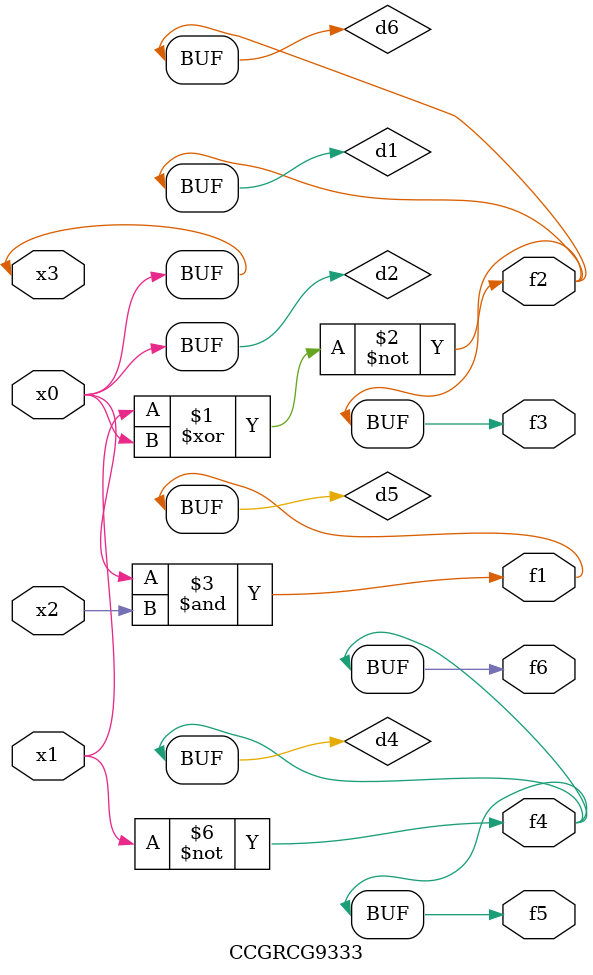
<source format=v>
module CCGRCG9333(
	input x0, x1, x2, x3,
	output f1, f2, f3, f4, f5, f6
);

	wire d1, d2, d3, d4, d5, d6;

	xnor (d1, x1, x3);
	buf (d2, x0, x3);
	nand (d3, x0, x2);
	not (d4, x1);
	nand (d5, d3);
	or (d6, d1);
	assign f1 = d5;
	assign f2 = d6;
	assign f3 = d6;
	assign f4 = d4;
	assign f5 = d4;
	assign f6 = d4;
endmodule

</source>
